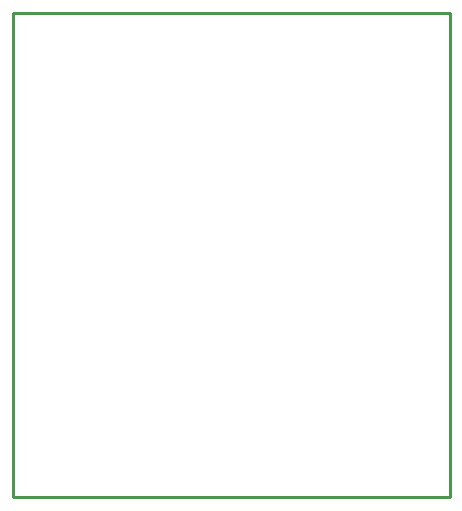
<source format=gbo>
G04*
G04 #@! TF.GenerationSoftware,Altium Limited,Altium Designer,24.6.1 (21)*
G04*
G04 Layer_Color=32896*
%FSLAX44Y44*%
%MOMM*%
G71*
G04*
G04 #@! TF.SameCoordinates,BDBC2BC3-1C69-4059-88BB-952B3CEC59DC*
G04*
G04*
G04 #@! TF.FilePolarity,Positive*
G04*
G01*
G75*
%ADD14C,0.2540*%
D14*
X523000Y1586000D02*
X893000D01*
X523000Y1996000D02*
X893000D01*
Y1586000D02*
Y1996000D01*
X523000Y1586000D02*
Y1996000D01*
M02*

</source>
